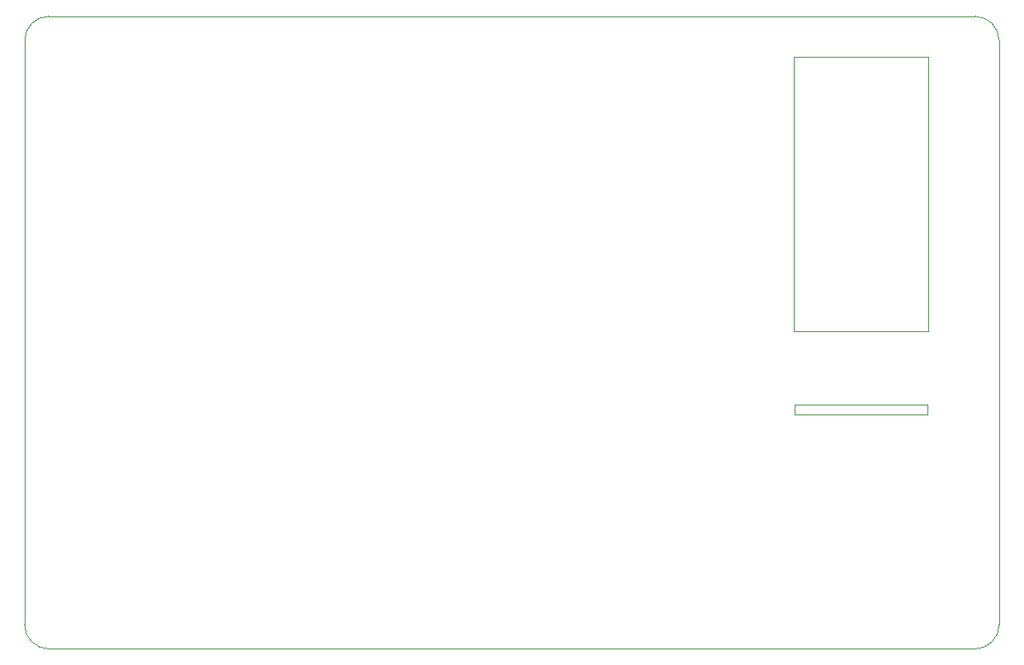
<source format=gbr>
%TF.GenerationSoftware,KiCad,Pcbnew,(5.99.0-11593-g5155093ec0)*%
%TF.CreationDate,2021-08-09T14:05:59+02:00*%
%TF.ProjectId,flatlight_rev21_eside,666c6174-6c69-4676-9874-5f7265763231,rev?*%
%TF.SameCoordinates,Original*%
%TF.FileFunction,Profile,NP*%
%FSLAX46Y46*%
G04 Gerber Fmt 4.6, Leading zero omitted, Abs format (unit mm)*
G04 Created by KiCad (PCBNEW (5.99.0-11593-g5155093ec0)) date 2021-08-09 14:05:59*
%MOMM*%
%LPD*%
G01*
G04 APERTURE LIST*
%TA.AperFunction,Profile*%
%ADD10C,0.050000*%
%TD*%
%TA.AperFunction,Profile*%
%ADD11C,0.120000*%
%TD*%
G04 APERTURE END LIST*
D10*
X40200000Y-29300000D02*
G75*
G02*
X42700000Y-26800000I2500000J0D01*
G01*
X42700000Y-91800000D02*
G75*
G02*
X40200000Y-89300000I0J2500000D01*
G01*
X137700000Y-26800000D02*
G75*
G02*
X140200000Y-29300000I0J-2500000D01*
G01*
X140200000Y-89300000D02*
G75*
G02*
X137700000Y-91800000I-2500000J0D01*
G01*
X40200000Y-29300000D02*
X40200000Y-89300000D01*
X42700000Y-91800000D02*
X137700000Y-91800000D01*
X137700000Y-26800000D02*
X42700000Y-26800000D01*
X140200000Y-89300000D02*
X140200000Y-29300000D01*
D11*
%TO.C,TFT1*%
X119200000Y-66700000D02*
X132800000Y-66700000D01*
X132800000Y-66700000D02*
X132800000Y-67700000D01*
X132800000Y-67700000D02*
X119200000Y-67700000D01*
X119200000Y-67700000D02*
X119200000Y-66700000D01*
X119100000Y-59200000D02*
X132900000Y-59200000D01*
X132900000Y-59200000D02*
X132900000Y-31000000D01*
X132900000Y-31000000D02*
X119100000Y-31000000D01*
X119100000Y-31000000D02*
X119100000Y-59200000D01*
%TD*%
M02*

</source>
